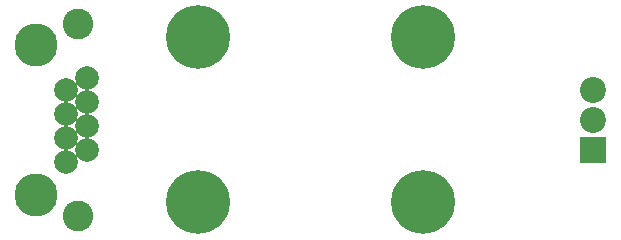
<source format=gbr>
G04 #@! TF.FileFunction,Soldermask,Bot*
%FSLAX46Y46*%
G04 Gerber Fmt 4.6, Leading zero omitted, Abs format (unit mm)*
G04 Created by KiCad (PCBNEW 4.0.7) date 01/10/18 16:29:44*
%MOMM*%
%LPD*%
G01*
G04 APERTURE LIST*
%ADD10C,0.150000*%
%ADD11C,2.600000*%
%ADD12C,3.650000*%
%ADD13C,2.000000*%
%ADD14R,2.200000X2.200000*%
%ADD15C,2.200000*%
%ADD16C,5.400000*%
G04 APERTURE END LIST*
D10*
D11*
X41272000Y-37590000D03*
X41272000Y-53850000D03*
D12*
X37712000Y-39370000D03*
X37712000Y-52070000D03*
D13*
X40252000Y-45220000D03*
X40252000Y-47250000D03*
X42032000Y-44190000D03*
X42032000Y-46220000D03*
X42032000Y-42160000D03*
X40252000Y-43190000D03*
X42032000Y-48250000D03*
X40252000Y-49280000D03*
D14*
X84836000Y-48260000D03*
D15*
X84836000Y-45720000D03*
X84836000Y-43180000D03*
D16*
X51435000Y-38735000D03*
X51435000Y-52705000D03*
X70485000Y-38735000D03*
X70485000Y-52705000D03*
M02*

</source>
